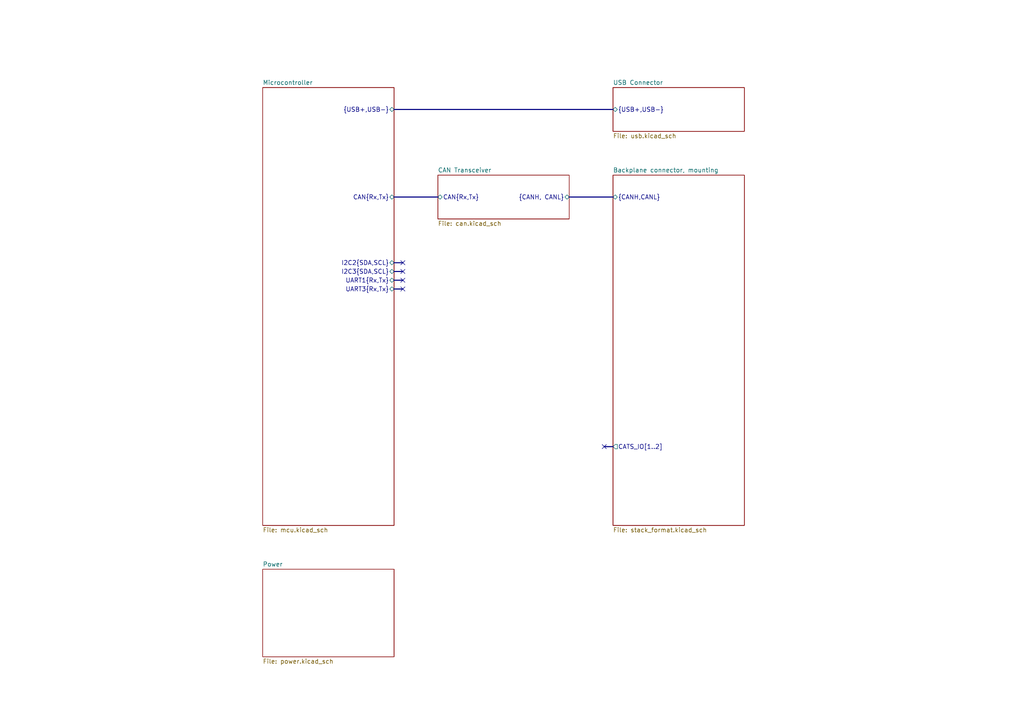
<source format=kicad_sch>
(kicad_sch
	(version 20250114)
	(generator "eeschema")
	(generator_version "9.0")
	(uuid "e08d3e09-d805-4650-baae-a4ad395cf0c7")
	(paper "A4")
	(title_block
		(title "template_pretty_name")
	)
	(lib_symbols)
	(no_connect
		(at 116.84 78.74)
		(uuid "3874b03d-a5e9-4b4c-a087-2e7810a49922")
	)
	(no_connect
		(at 175.26 129.54)
		(uuid "8cfd9809-b9a0-4c82-9ec6-de742d36cd9d")
	)
	(no_connect
		(at 116.84 81.28)
		(uuid "97ba1f84-7474-4e1e-b745-048b8366ff40")
	)
	(no_connect
		(at 116.84 83.82)
		(uuid "b50ac9b3-3887-4790-b420-3ea39b6f56b9")
	)
	(no_connect
		(at 116.84 76.2)
		(uuid "bb156f10-636d-4f69-b793-a658dcb14c5d")
	)
	(bus
		(pts
			(xy 114.3 31.75) (xy 177.8 31.75)
		)
		(stroke
			(width 0)
			(type default)
		)
		(uuid "2474e245-7f6a-43d3-92cb-138023f7154a")
	)
	(bus
		(pts
			(xy 165.1 57.15) (xy 177.8 57.15)
		)
		(stroke
			(width 0)
			(type default)
		)
		(uuid "3b52d355-0c01-48c0-8c38-d33b43a6d295")
	)
	(bus
		(pts
			(xy 114.3 78.74) (xy 116.84 78.74)
		)
		(stroke
			(width 0)
			(type default)
		)
		(uuid "59382305-fc49-4ed9-a306-c682047e3129")
	)
	(bus
		(pts
			(xy 114.3 57.15) (xy 127 57.15)
		)
		(stroke
			(width 0)
			(type default)
		)
		(uuid "715914cd-c2ae-4fe8-a120-5bd6ad10818a")
	)
	(bus
		(pts
			(xy 114.3 81.28) (xy 116.84 81.28)
		)
		(stroke
			(width 0)
			(type default)
		)
		(uuid "7d14a846-1d45-4615-933a-8c3d72f59524")
	)
	(bus
		(pts
			(xy 175.26 129.54) (xy 177.8 129.54)
		)
		(stroke
			(width 0)
			(type default)
		)
		(uuid "9118ee38-7165-4b57-bbdf-91c38253b32a")
	)
	(bus
		(pts
			(xy 114.3 76.2) (xy 116.84 76.2)
		)
		(stroke
			(width 0)
			(type default)
		)
		(uuid "994c7899-e079-489a-9e97-ad6636fd3dd2")
	)
	(bus
		(pts
			(xy 114.3 83.82) (xy 116.84 83.82)
		)
		(stroke
			(width 0)
			(type default)
		)
		(uuid "b92e4336-4016-46d4-869d-69f930fa573c")
	)
	(sheet
		(at 177.8 25.4)
		(size 38.1 12.7)
		(exclude_from_sim no)
		(in_bom yes)
		(on_board yes)
		(dnp no)
		(fields_autoplaced yes)
		(stroke
			(width 0.1524)
			(type solid)
		)
		(fill
			(color 0 0 0 0.0000)
		)
		(uuid "456f0e6a-8b20-4b1c-9c6b-72f1ba8c4140")
		(property "Sheetname" "USB Connector"
			(at 177.8 24.6884 0)
			(effects
				(font
					(size 1.27 1.27)
				)
				(justify left bottom)
			)
		)
		(property "Sheetfile" "usb.kicad_sch"
			(at 177.8 38.6846 0)
			(effects
				(font
					(size 1.27 1.27)
				)
				(justify left top)
			)
		)
		(pin "{USB+,USB-}" bidirectional
			(at 177.8 31.75 180)
			(uuid "884d51c3-c757-4f6f-a8eb-745e3dcca9f3")
			(effects
				(font
					(size 1.27 1.27)
				)
				(justify left)
			)
		)
		(instances
			(project "hermes-template-PCB"
				(path "/e08d3e09-d805-4650-baae-a4ad395cf0c7"
					(page "5")
				)
			)
		)
	)
	(sheet
		(at 76.2 165.1)
		(size 38.1 25.4)
		(exclude_from_sim no)
		(in_bom yes)
		(on_board yes)
		(dnp no)
		(fields_autoplaced yes)
		(stroke
			(width 0.1524)
			(type solid)
		)
		(fill
			(color 0 0 0 0.0000)
		)
		(uuid "66a70237-0ec7-461c-a4eb-6f8f8d4c4a1d")
		(property "Sheetname" "Power"
			(at 76.2 164.3884 0)
			(effects
				(font
					(size 1.27 1.27)
				)
				(justify left bottom)
			)
		)
		(property "Sheetfile" "power.kicad_sch"
			(at 76.2 191.0846 0)
			(effects
				(font
					(size 1.27 1.27)
				)
				(justify left top)
			)
		)
		(instances
			(project "hermes-template-PCB"
				(path "/e08d3e09-d805-4650-baae-a4ad395cf0c7"
					(page "3")
				)
			)
		)
	)
	(sheet
		(at 76.2 25.4)
		(size 38.1 127)
		(exclude_from_sim no)
		(in_bom yes)
		(on_board yes)
		(dnp no)
		(fields_autoplaced yes)
		(stroke
			(width 0.1524)
			(type solid)
		)
		(fill
			(color 0 0 0 0.0000)
		)
		(uuid "6c1587ca-4466-4912-a6c6-0394edd5f9c1")
		(property "Sheetname" "Microcontroller"
			(at 76.2 24.6884 0)
			(effects
				(font
					(size 1.27 1.27)
				)
				(justify left bottom)
			)
		)
		(property "Sheetfile" "mcu.kicad_sch"
			(at 76.2 152.9846 0)
			(effects
				(font
					(size 1.27 1.27)
				)
				(justify left top)
			)
		)
		(pin "{USB+,USB-}" bidirectional
			(at 114.3 31.75 0)
			(uuid "f0e89084-58a8-4a1a-a5ec-105d7c1e2594")
			(effects
				(font
					(size 1.27 1.27)
				)
				(justify right)
			)
		)
		(pin "CAN{Rx,Tx}" bidirectional
			(at 114.3 57.15 0)
			(uuid "7bffb39d-cf81-4323-9261-b53476471369")
			(effects
				(font
					(size 1.27 1.27)
				)
				(justify right)
			)
		)
		(pin "I2C2{SDA,SCL}" bidirectional
			(at 114.3 76.2 0)
			(uuid "f2e34669-ea1e-4e34-9c24-2dec893affea")
			(effects
				(font
					(size 1.27 1.27)
				)
				(justify right)
			)
		)
		(pin "UART3{Rx,Tx}" bidirectional
			(at 114.3 83.82 0)
			(uuid "d6bab1d3-fd04-4efb-b16d-53f34441665f")
			(effects
				(font
					(size 1.27 1.27)
				)
				(justify right)
			)
		)
		(pin "I2C3{SDA,SCL}" bidirectional
			(at 114.3 78.74 0)
			(uuid "cb7e7fcf-fc7f-4209-98c6-dfbd89e49ed4")
			(effects
				(font
					(size 1.27 1.27)
				)
				(justify right)
			)
		)
		(pin "UART1{Rx,Tx}" bidirectional
			(at 114.3 81.28 0)
			(uuid "3111a7c4-20e4-4b67-8727-b746104404c4")
			(effects
				(font
					(size 1.27 1.27)
				)
				(justify right)
			)
		)
		(instances
			(project "hermes-template-PCB"
				(path "/e08d3e09-d805-4650-baae-a4ad395cf0c7"
					(page "2")
				)
			)
		)
	)
	(sheet
		(at 177.8 50.8)
		(size 38.1 101.6)
		(exclude_from_sim no)
		(in_bom yes)
		(on_board yes)
		(dnp no)
		(fields_autoplaced yes)
		(stroke
			(width 0.1524)
			(type solid)
		)
		(fill
			(color 0 0 0 0.0000)
		)
		(uuid "978df539-a4e1-4acd-a01d-e40eea2e6ccb")
		(property "Sheetname" "Backplane connector, mounting"
			(at 177.8 50.0884 0)
			(effects
				(font
					(size 1.27 1.27)
				)
				(justify left bottom)
			)
		)
		(property "Sheetfile" "stack_format.kicad_sch"
			(at 177.8 152.9846 0)
			(effects
				(font
					(size 1.27 1.27)
				)
				(justify left top)
			)
		)
		(pin "{CANH,CANL}" bidirectional
			(at 177.8 57.15 180)
			(uuid "47a2c138-d855-4f2b-a523-9eb005579d56")
			(effects
				(font
					(size 1.27 1.27)
				)
				(justify left)
			)
		)
		(pin "CATS_IO[1..2]" output
			(at 177.8 129.54 180)
			(uuid "16c28147-028e-4e5f-a5e1-f25010e320ee")
			(effects
				(font
					(size 1.27 1.27)
				)
				(justify left)
			)
		)
		(instances
			(project "hermes-template-PCB"
				(path "/e08d3e09-d805-4650-baae-a4ad395cf0c7"
					(page "6")
				)
			)
		)
	)
	(sheet
		(at 127 50.8)
		(size 38.1 12.7)
		(exclude_from_sim no)
		(in_bom yes)
		(on_board yes)
		(dnp no)
		(fields_autoplaced yes)
		(stroke
			(width 0.1524)
			(type solid)
		)
		(fill
			(color 0 0 0 0.0000)
		)
		(uuid "e8051718-b319-4171-98e1-b99d03d15ff9")
		(property "Sheetname" "CAN Transceiver"
			(at 127 50.0884 0)
			(effects
				(font
					(size 1.27 1.27)
				)
				(justify left bottom)
			)
		)
		(property "Sheetfile" "can.kicad_sch"
			(at 127 64.0846 0)
			(effects
				(font
					(size 1.27 1.27)
				)
				(justify left top)
			)
		)
		(pin "{CANH, CANL}" bidirectional
			(at 165.1 57.15 0)
			(uuid "744f9fca-dff6-4b41-9f15-9f320e98bb51")
			(effects
				(font
					(size 1.27 1.27)
				)
				(justify right)
			)
		)
		(pin "CAN{Rx,Tx}" bidirectional
			(at 127 57.15 180)
			(uuid "0d395991-283e-4077-ba28-9cd6c43080d3")
			(effects
				(font
					(size 1.27 1.27)
				)
				(justify left)
			)
		)
		(instances
			(project "hermes-template-PCB"
				(path "/e08d3e09-d805-4650-baae-a4ad395cf0c7"
					(page "4")
				)
			)
		)
	)
	(sheet_instances
		(path "/"
			(page "1")
		)
	)
	(embedded_fonts no)
)

</source>
